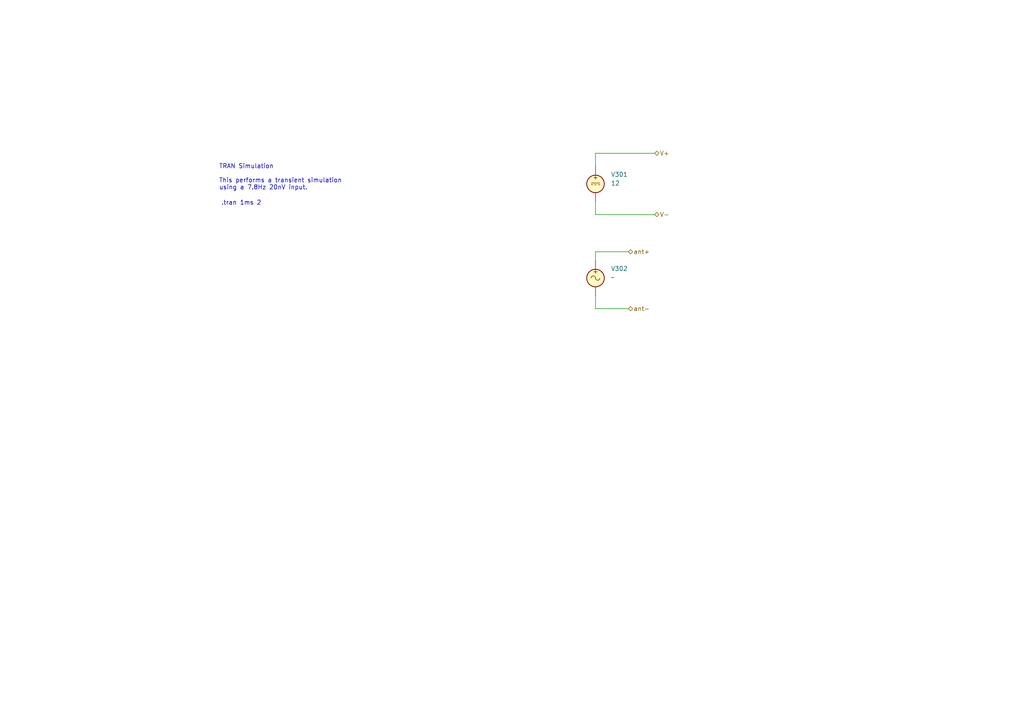
<source format=kicad_sch>
(kicad_sch (version 20211123) (generator eeschema)
  (paper "A4")
  (lib_symbols
    (symbol "Simulation_SPICE:VDC" (pin_numbers hide) (pin_names (offset 0.0254))
      (property "Reference" "V" (at 2.54 2.54 0))
      (property "Value" "VDC" (at 2.54 0 0))
      (property "Spice_Model" "dc(1)" (at 2.54 -2.54 0))
      (symbol "VDC_0_0"
        (polyline (pts (xy -1.27 0.254) (xy 1.27 0.254)))
        (polyline (pts (xy -0.762 -0.254) (xy -1.27 -0.254)))
        (polyline (pts (xy 0.254 -0.254) (xy -0.254 -0.254)))
        (polyline (pts (xy 1.27 -0.254) (xy 0.762 -0.254)))
        (text "+" (at 0 1.905 0) (effects (font (size 1.27 1.27))))
      )
      (symbol "VDC_0_1"
        (circle (center 0 0) (radius 2.54) (stroke (width 0.254)) (fill (type background)))
      )
      (symbol "VDC_1_1"
        (pin passive line (at 0 5.08 270) (length 2.54) (name "~") (number "1"))
        (pin passive line (at 0 -5.08 90) (length 2.54) (name "~") (number "2"))
      )
    )
    (symbol "Simulation_SPICE:VSIN" (pin_numbers hide) (pin_names (offset 0.0254))
      (property "Reference" "V" (at 2.54 2.54 0))
      (property "Value" "VSIN" (at 2.54 0 0))
      (property "Spice_Model" "sin(0 1 1k)" (at 2.54 -2.54 0))
      (symbol "VSIN_0_0"
        (arc (start 0 0) (mid -0.635 0.635) (end -1.27 0))
        (arc (start 0 0) (mid 0.635 -0.635) (end 1.27 0))
        (text "+" (at 0 1.905 0) (effects (font (size 1.27 1.27))))
      )
      (symbol "VSIN_0_1"
        (circle (center 0 0) (radius 2.54) (stroke (width 0.254)) (fill (type background)))
      )
      (symbol "VSIN_1_1"
        (pin passive line (at 0 5.08 270) (length 2.54) (name "~") (number "1"))
        (pin passive line (at 0 -5.08 90) (length 2.54) (name "~") (number "2"))
      )
    )
  )
  (wire (pts (xy 172.72 58.42) (xy 172.72 62.23)))
  (wire (pts (xy 172.72 44.45) (xy 189.865 44.45)))
  (wire (pts (xy 172.72 75.565) (xy 172.72 73.025)))
  (wire (pts (xy 172.72 73.025) (xy 182.245 73.025)))
  (wire (pts (xy 182.245 89.535) (xy 172.72 89.535)))
  (wire (pts (xy 172.72 62.23) (xy 189.865 62.23)))
  (wire (pts (xy 172.72 85.725) (xy 172.72 89.535)))
  (wire (pts (xy 172.72 44.45) (xy 172.72 48.26)))
  (text "TRAN Simulation\n\nThis performs a transient simulation\nusing a 7.8Hz 20nV input." (at 63.5 55.245 0) (effects (font (size 1.27 1.27)) (justify left bottom)))
  (text ".tran 1ms 2\n" (at 64.135 59.69 0) (effects (font (size 1.27 1.27)) (justify left bottom)))
  (hierarchical_label "ant-" (shape bidirectional) (at 182.245 89.535 0))
  (hierarchical_label "V-" (shape bidirectional) (at 189.865 62.23 0))
  (hierarchical_label "ant+" (shape bidirectional) (at 182.245 73.025 0))
  (hierarchical_label "V+" (shape bidirectional) (at 189.865 44.45 0))
  (symbol (lib_id "Simulation_SPICE:VDC") (at 172.72 53.34 0) (unit 1)
    (property "Reference" "V301" (at 177.165 50.6101 0) (effects (justify left)))
    (property "Value" "~" (at 177.165 53.1501 0) (effects (justify left)))
    (property "Spice_Netlist_Enabled" "Y" (effects hide))
    (property "Spice_Primitive" "V" (effects hide))
    (property "Spice_Model" "dc 12" (at 177.165 55.6901 0) (effects (justify left)))
  )
  (symbol (lib_id "Simulation_SPICE:VSIN") (at 172.72 80.645 0) (unit 1)
    (property "Reference" "V302" (at 177.165 77.9151 0) (effects (justify left)))
    (property "Value" "~" (at 177.165 80.4551 0) (effects (justify left)))
    (property "Spice_Netlist_Enabled" "Y" (effects hide))
    (property "Spice_Primitive" "V" (effects hide))
    (property "Spice_Model" "dc 0 ac 1 sin(0 20nV 7.8)" (at 177.165 82.9951 0) (effects (justify left)))
  )
)
</source>
